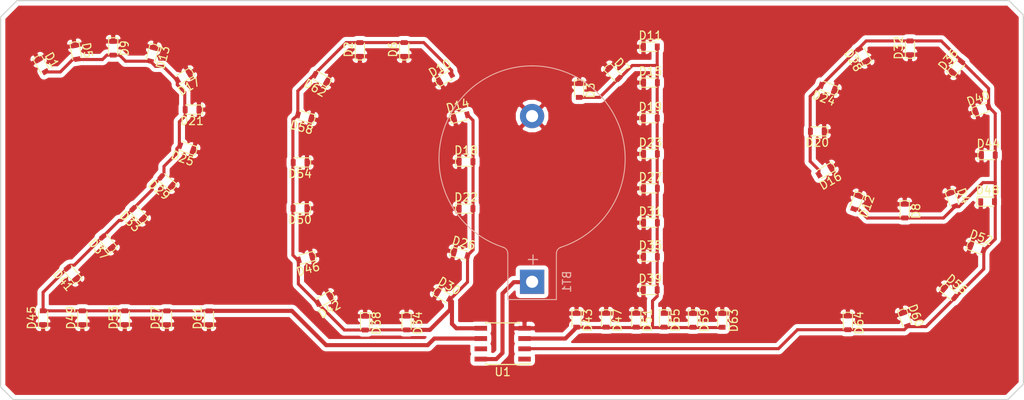
<source format=kicad_pcb>
(kicad_pcb (version 20171130) (host pcbnew "(5.0.2)-1")
  (title_block (title Cap) (date 2019-05-15))
  (layers (0 F.Cu signal) (31 B.Cu signal) (34 B.Paste user) (35 F.Paste user) (36 B.SilkS user) (37 F.SilkS user) (38 B.Mask user) (39 F.Mask user) (44 Edge.Cuts user))
  (net 0 "")
  (net 1 "Net-(BT1-Pad1)")
  (net 2 GND)
  (net 3 "Net-(D1-Pad2)")
  (net 4 "Net-(D10-Pad2)")
  (net 5 "Net-(D11-Pad2)")
  (net 6 "Net-(D12-Pad2)")
  (net 7 "Net-(U1-Pad1)")
  (net 8 "Net-(U1-Pad7)")
  (module Battery_Holders:Keystone_103_1x20mm-CoinCell (layer B.Cu) (at 120.396 95.36684 90)
    (fp_text reference BT1 (at 0 4.3 90) (layer B.SilkS) (effects (justify mirror)))
    (fp_text value Battery_Cell)
    (fp_text user + (at 2.75 0 90) (layer B.SilkS) (effects (font (size 1.5 1.5)) (justify mirror)))
    (pad 2 thru_hole circle (at 20.49 0 90) (size 3 3) (drill 1.5) (layers *.Cu *.Mask) (net 2 GND))
    (pad 1 thru_hole rect (at 0 0 90) (size 3 3) (drill 1.5) (layers *.Cu *.Mask) (net 1 "Net-(BT1-Pad1)"))
  )
  (module Diodes_SMD:D_0603 (layer F.Cu) (at 59.8746 68.651598 300)
    (fp_text reference D1 (at 0 -1.4 300) (layer F.SilkS))
    (fp_text value LED)
    (pad 1 smd rect (at -0.85 0 300) (size 0.6 0.8) (layers F.Cu F.Paste F.Mask) (net 2 GND))
    (pad 2 smd rect (at 0.85 0 300) (size 0.6 0.8) (layers F.Cu F.Paste F.Mask) (net 3 "Net-(D1-Pad2)"))
  )
  (module Diodes_SMD:D_0603 (layer F.Cu) (at 99.12604 66.63944 90)
    (fp_text reference D2 (at 0 -1.4 90) (layer F.SilkS))
    (fp_text value LED)
    (pad 2 smd rect (at 0.85 0 90) (size 0.6 0.8) (layers F.Cu F.Paste F.Mask) (net 4 "Net-(D10-Pad2)"))
    (pad 1 smd rect (at -0.85 0 90) (size 0.6 0.8) (layers F.Cu F.Paste F.Mask) (net 2 GND))
  )
  (module Diodes_SMD:D_0603 (layer F.Cu) (at 126.20244 71.71436 270)
    (fp_text reference D3 (at 0 -1.4 270) (layer F.SilkS))
    (fp_text value LED)
    (pad 1 smd rect (at -0.85 0 270) (size 0.6 0.8) (layers F.Cu F.Paste F.Mask) (net 2 GND))
    (pad 2 smd rect (at 0.85 0 270) (size 0.6 0.8) (layers F.Cu F.Paste F.Mask) (net 5 "Net-(D11-Pad2)"))
  )
  (module Diodes_SMD:D_0603 (layer F.Cu) (at 172.34408 85.217 290)
    (fp_text reference D4 (at 0 -1.4 290) (layer F.SilkS))
    (fp_text value LED)
    (pad 2 smd rect (at 0.85 0 290) (size 0.6 0.8) (layers F.Cu F.Paste F.Mask) (net 6 "Net-(D12-Pad2)"))
    (pad 1 smd rect (at -0.85 0 290) (size 0.6 0.8) (layers F.Cu F.Paste F.Mask) (net 2 GND))
  )
  (module Diodes_SMD:D_0603 (layer F.Cu) (at 64.07912 66.99504 280)
    (fp_text reference D5 (at 0 -1.4 280) (layer F.SilkS))
    (fp_text value LED)
    (pad 2 smd rect (at 0.85 0 280) (size 0.6 0.8) (layers F.Cu F.Paste F.Mask) (net 3 "Net-(D1-Pad2)"))
    (pad 1 smd rect (at -0.85 0 280) (size 0.6 0.8) (layers F.Cu F.Paste F.Mask) (net 2 GND))
  )
  (module Diodes_SMD:D_0603 (layer F.Cu) (at 104.60736 66.63944 90)
    (fp_text reference D6 (at 0 -1.4 90) (layer F.SilkS))
    (fp_text value LED)
    (pad 1 smd rect (at -0.85 0 90) (size 0.6 0.8) (layers F.Cu F.Paste F.Mask) (net 2 GND))
    (pad 2 smd rect (at 0.85 0 90) (size 0.6 0.8) (layers F.Cu F.Paste F.Mask) (net 4 "Net-(D10-Pad2)"))
  )
  (module Diodes_SMD:D_0603 (layer F.Cu) (at 130.5052 69.61124 315)
    (fp_text reference D7 (at 0 -1.4 315) (layer F.SilkS))
    (fp_text value LED)
    (pad 2 smd rect (at 0.85 0 315) (size 0.6 0.8) (layers F.Cu F.Paste F.Mask) (net 5 "Net-(D11-Pad2)"))
    (pad 1 smd rect (at -0.85 0 315) (size 0.6 0.8) (layers F.Cu F.Paste F.Mask) (net 2 GND))
  )
  (module Diodes_SMD:D_0603 (layer F.Cu) (at 166.4208 86.62416 270)
    (fp_text reference D8 (at 0 -1.4 270) (layer F.SilkS))
    (fp_text value LED)
    (pad 1 smd rect (at -0.85 0 270) (size 0.6 0.8) (layers F.Cu F.Paste F.Mask) (net 2 GND))
    (pad 2 smd rect (at 0.85 0 270) (size 0.6 0.8) (layers F.Cu F.Paste F.Mask) (net 6 "Net-(D12-Pad2)"))
  )
  (module Diodes_SMD:D_0603 (layer F.Cu) (at 68.66128 66.49212 270)
    (fp_text reference D9 (at 0 -1.4 270) (layer F.SilkS))
    (fp_text value LED)
    (pad 1 smd rect (at -0.85 0 270) (size 0.6 0.8) (layers F.Cu F.Paste F.Mask) (net 2 GND))
    (pad 2 smd rect (at 0.85 0 270) (size 0.6 0.8) (layers F.Cu F.Paste F.Mask) (net 3 "Net-(D1-Pad2)"))
  )
  (module Diodes_SMD:D_0603 (layer F.Cu) (at 109.71276 70.16496 30)
    (fp_text reference D10 (at 0 -1.4 30) (layer F.SilkS))
    (fp_text value LED)
    (pad 2 smd rect (at 0.85 0 30) (size 0.6 0.8) (layers F.Cu F.Paste F.Mask) (net 4 "Net-(D10-Pad2)"))
    (pad 1 smd rect (at -0.85 0 30) (size 0.6 0.8) (layers F.Cu F.Paste F.Mask) (net 2 GND))
  )
  (module Diodes_SMD:D_0603 (layer F.Cu) (at 135.00608 66.30924)
    (fp_text reference D11 (at 0 -1.4) (layer F.SilkS))
    (fp_text value LED)
    (pad 1 smd rect (at -0.85 0) (size 0.6 0.8) (layers F.Cu F.Paste F.Mask) (net 2 GND))
    (pad 2 smd rect (at 0.85 0) (size 0.6 0.8) (layers F.Cu F.Paste F.Mask) (net 5 "Net-(D11-Pad2)"))
  )
  (module Diodes_SMD:D_0603 (layer F.Cu) (at 160.43148 85.56752 250)
    (fp_text reference D12 (at 0 -1.4 250) (layer F.SilkS))
    (fp_text value LED)
    (pad 2 smd rect (at 0.85 0 250) (size 0.6 0.8) (layers F.Cu F.Paste F.Mask) (net 6 "Net-(D12-Pad2)"))
    (pad 1 smd rect (at -0.85 0 250) (size 0.6 0.8) (layers F.Cu F.Paste F.Mask) (net 2 GND))
  )
  (module Diodes_SMD:D_0603 (layer F.Cu) (at 73.470484 67.267437 255)
    (fp_text reference D13 (at 0 -1.4 255) (layer F.SilkS))
    (fp_text value LED)
    (pad 2 smd rect (at 0.85 0 255) (size 0.6 0.8) (layers F.Cu F.Paste F.Mask) (net 3 "Net-(D1-Pad2)"))
    (pad 1 smd rect (at -0.85 0 255) (size 0.6 0.8) (layers F.Cu F.Paste F.Mask) (net 2 GND))
  )
  (module Diodes_SMD:D_0603 (layer F.Cu) (at 111.5822 74.93508 15)
    (fp_text reference D14 (at 0 -1.4 15) (layer F.SilkS))
    (fp_text value LED)
    (pad 1 smd rect (at -0.85 0 15) (size 0.6 0.8) (layers F.Cu F.Paste F.Mask) (net 2 GND))
    (pad 2 smd rect (at 0.85 0 15) (size 0.6 0.8) (layers F.Cu F.Paste F.Mask) (net 4 "Net-(D10-Pad2)"))
  )
  (module Diodes_SMD:D_0603 (layer F.Cu) (at 135.02132 70.74408)
    (fp_text reference D15 (at 0 -1.4) (layer F.SilkS))
    (fp_text value LED)
    (pad 2 smd rect (at 0.85 0) (size 0.6 0.8) (layers F.Cu F.Paste F.Mask) (net 5 "Net-(D11-Pad2)"))
    (pad 1 smd rect (at -0.85 0) (size 0.6 0.8) (layers F.Cu F.Paste F.Mask) (net 2 GND))
  )
  (module Diodes_SMD:D_0603 (layer F.Cu) (at 156.56052 81.69656 210)
    (fp_text reference D16 (at 0 -1.4 210) (layer F.SilkS))
    (fp_text value LED)
    (pad 1 smd rect (at -0.85 0 210) (size 0.6 0.8) (layers F.Cu F.Paste F.Mask) (net 2 GND))
    (pad 2 smd rect (at 0.85 0 210) (size 0.6 0.8) (layers F.Cu F.Paste F.Mask) (net 6 "Net-(D12-Pad2)"))
  )
  (module Diodes_SMD:D_0603 (layer F.Cu) (at 77.3176 70.02272 210)
    (fp_text reference D17 (at 0 -1.4 210) (layer F.SilkS))
    (fp_text value LED)
    (pad 1 smd rect (at -0.85 0 210) (size 0.6 0.8) (layers F.Cu F.Paste F.Mask) (net 2 GND))
    (pad 2 smd rect (at 0.85 0 210) (size 0.6 0.8) (layers F.Cu F.Paste F.Mask) (net 3 "Net-(D1-Pad2)"))
  )
  (module Diodes_SMD:D_0603 (layer F.Cu) (at 112.2426 80.518)
    (fp_text reference D18 (at 0 -1.4) (layer F.SilkS))
    (fp_text value LED)
    (pad 2 smd rect (at 0.85 0) (size 0.6 0.8) (layers F.Cu F.Paste F.Mask) (net 4 "Net-(D10-Pad2)"))
    (pad 1 smd rect (at -0.85 0) (size 0.6 0.8) (layers F.Cu F.Paste F.Mask) (net 2 GND))
  )
  (module Diodes_SMD:D_0603 (layer F.Cu) (at 135.00608 75.1332)
    (fp_text reference D19 (at 0 -1.4) (layer F.SilkS))
    (fp_text value LED)
    (pad 1 smd rect (at -0.85 0) (size 0.6 0.8) (layers F.Cu F.Paste F.Mask) (net 2 GND))
    (pad 2 smd rect (at 0.85 0) (size 0.6 0.8) (layers F.Cu F.Paste F.Mask) (net 5 "Net-(D11-Pad2)"))
  )
  (module Diodes_SMD:D_0603 (layer F.Cu) (at 155.62072 76.76388 180)
    (fp_text reference D20 (at 0 -1.4 180) (layer F.SilkS))
    (fp_text value LED)
    (pad 2 smd rect (at 0.85 0 180) (size 0.6 0.8) (layers F.Cu F.Paste F.Mask) (net 6 "Net-(D12-Pad2)"))
    (pad 1 smd rect (at -0.85 0 180) (size 0.6 0.8) (layers F.Cu F.Paste F.Mask) (net 2 GND))
  )
  (module Diodes_SMD:D_0603 (layer F.Cu) (at 78.39964 74.07656 180)
    (fp_text reference D21 (at 0 -1.4 180) (layer F.SilkS))
    (fp_text value LED)
    (pad 2 smd rect (at 0.85 0 180) (size 0.6 0.8) (layers F.Cu F.Paste F.Mask) (net 3 "Net-(D1-Pad2)"))
    (pad 1 smd rect (at -0.85 0 180) (size 0.6 0.8) (layers F.Cu F.Paste F.Mask) (net 2 GND))
  )
  (module Diodes_SMD:D_0603 (layer F.Cu) (at 112.2426 86.32952)
    (fp_text reference D22 (at 0 -1.4) (layer F.SilkS))
    (fp_text value LED)
    (pad 1 smd rect (at -0.85 0) (size 0.6 0.8) (layers F.Cu F.Paste F.Mask) (net 2 GND))
    (pad 2 smd rect (at 0.85 0) (size 0.6 0.8) (layers F.Cu F.Paste F.Mask) (net 4 "Net-(D10-Pad2)"))
  )
  (module Diodes_SMD:D_0603 (layer F.Cu) (at 135.02132 79.5528)
    (fp_text reference D23 (at 0 -1.4) (layer F.SilkS))
    (fp_text value LED)
    (pad 2 smd rect (at 0.85 0) (size 0.6 0.8) (layers F.Cu F.Paste F.Mask) (net 5 "Net-(D11-Pad2)"))
    (pad 1 smd rect (at -0.85 0) (size 0.6 0.8) (layers F.Cu F.Paste F.Mask) (net 2 GND))
  )
  (module Diodes_SMD:D_0603 (layer F.Cu) (at 156.91104 71.36892 160)
    (fp_text reference D24 (at 0 -1.4 160) (layer F.SilkS))
    (fp_text value LED)
    (pad 1 smd rect (at -0.85 0 160) (size 0.6 0.8) (layers F.Cu F.Paste F.Mask) (net 2 GND))
    (pad 2 smd rect (at 0.85 0 160) (size 0.6 0.8) (layers F.Cu F.Paste F.Mask) (net 6 "Net-(D12-Pad2)"))
  )
  (module Diodes_SMD:D_0603 (layer F.Cu) (at 77.70876 78.80096 160)
    (fp_text reference D25 (at 0 -1.4 160) (layer F.SilkS))
    (fp_text value LED)
    (pad 1 smd rect (at -0.85 0 160) (size 0.6 0.8) (layers F.Cu F.Paste F.Mask) (net 2 GND))
    (pad 2 smd rect (at 0.85 0 160) (size 0.6 0.8) (layers F.Cu F.Paste F.Mask) (net 3 "Net-(D1-Pad2)"))
  )
  (module Diodes_SMD:D_0603 (layer F.Cu) (at 111.59744 91.93276 345)
    (fp_text reference D26 (at 0 -1.4 345) (layer F.SilkS))
    (fp_text value LED)
    (pad 1 smd rect (at -0.85 0 345) (size 0.6 0.8) (layers F.Cu F.Paste F.Mask) (net 2 GND))
    (pad 2 smd rect (at 0.85 0 345) (size 0.6 0.8) (layers F.Cu F.Paste F.Mask) (net 4 "Net-(D10-Pad2)"))
  )
  (module Diodes_SMD:D_0603 (layer F.Cu) (at 135.02132 83.81492)
    (fp_text reference D27 (at 0 -1.4) (layer F.SilkS))
    (fp_text value LED)
    (pad 1 smd rect (at -0.85 0) (size 0.6 0.8) (layers F.Cu F.Paste F.Mask) (net 2 GND))
    (pad 2 smd rect (at 0.85 0) (size 0.6 0.8) (layers F.Cu F.Paste F.Mask) (net 5 "Net-(D11-Pad2)"))
  )
  (module Diodes_SMD:D_0603 (layer F.Cu) (at 161.25444 67.32016 120)
    (fp_text reference D28 (at 0 -1.4 120) (layer F.SilkS))
    (fp_text value LED)
    (pad 2 smd rect (at 0.85 0 120) (size 0.6 0.8) (layers F.Cu F.Paste F.Mask) (net 6 "Net-(D12-Pad2)"))
    (pad 1 smd rect (at -0.85 0 120) (size 0.6 0.8) (layers F.Cu F.Paste F.Mask) (net 2 GND))
  )
  (module Diodes_SMD:D_0603 (layer F.Cu) (at 75.22972 82.95132 140)
    (fp_text reference D29 (at 0 -1.4 140) (layer F.SilkS))
    (fp_text value LED)
    (pad 2 smd rect (at 0.85 -0.000001 140) (size 0.6 0.8) (layers F.Cu F.Paste F.Mask) (net 3 "Net-(D1-Pad2)"))
    (pad 1 smd rect (at -0.85 0.000001 140) (size 0.6 0.8) (layers F.Cu F.Paste F.Mask) (net 2 GND))
  )
  (module Diodes_SMD:D_0603 (layer F.Cu) (at 109.474 97.09912 330)
    (fp_text reference D30 (at 0 -1.4 330) (layer F.SilkS))
    (fp_text value LED)
    (pad 1 smd rect (at -0.85 0 330) (size 0.6 0.8) (layers F.Cu F.Paste F.Mask) (net 2 GND))
    (pad 2 smd rect (at 0.85 0 330) (size 0.6 0.8) (layers F.Cu F.Paste F.Mask) (net 4 "Net-(D10-Pad2)"))
  )
  (module Diodes_SMD:D_0603 (layer F.Cu) (at 135.02132 88.06688)
    (fp_text reference D31 (at 0 -1.4) (layer F.SilkS))
    (fp_text value LED)
    (pad 2 smd rect (at 0.85 0) (size 0.6 0.8) (layers F.Cu F.Paste F.Mask) (net 5 "Net-(D11-Pad2)"))
    (pad 1 smd rect (at -0.85 0) (size 0.6 0.8) (layers F.Cu F.Paste F.Mask) (net 2 GND))
  )
  (module Diodes_SMD:D_0603 (layer F.Cu) (at 167.06596 66.43624 90)
    (fp_text reference D32 (at 0 -1.4 90) (layer F.SilkS))
    (fp_text value LED)
    (pad 1 smd rect (at -0.85 0 90) (size 0.6 0.8) (layers F.Cu F.Paste F.Mask) (net 2 GND))
    (pad 2 smd rect (at 0.85 0 90) (size 0.6 0.8) (layers F.Cu F.Paste F.Mask) (net 6 "Net-(D12-Pad2)"))
  )
  (module Diodes_SMD:D_0603 (layer F.Cu) (at 71.71944 86.93912 135)
    (fp_text reference D33 (at 0 -1.4 135) (layer F.SilkS))
    (fp_text value LED)
    (pad 1 smd rect (at -0.85 0 135) (size 0.6 0.8) (layers F.Cu F.Paste F.Mask) (net 2 GND))
    (pad 2 smd rect (at 0.85 0 135) (size 0.6 0.8) (layers F.Cu F.Paste F.Mask) (net 3 "Net-(D1-Pad2)"))
  )
  (module Diodes_SMD:D_0603 (layer F.Cu) (at 104.89692 100.46716 270)
    (fp_text reference D34 (at 0 -1.4 270) (layer F.SilkS))
    (fp_text value LED)
    (pad 2 smd rect (at 0.85 0 270) (size 0.6 0.8) (layers F.Cu F.Paste F.Mask) (net 4 "Net-(D10-Pad2)"))
    (pad 1 smd rect (at -0.85 0 270) (size 0.6 0.8) (layers F.Cu F.Paste F.Mask) (net 2 GND))
  )
  (module Diodes_SMD:D_0603 (layer F.Cu) (at 135.02132 92.26804)
    (fp_text reference D35 (at 0 -1.4) (layer F.SilkS))
    (fp_text value LED)
    (pad 1 smd rect (at -0.85 0) (size 0.6 0.8) (layers F.Cu F.Paste F.Mask) (net 2 GND))
    (pad 2 smd rect (at 0.85 0) (size 0.6 0.8) (layers F.Cu F.Paste F.Mask) (net 5 "Net-(D11-Pad2)"))
  )
  (module Diodes_SMD:D_0603 (layer F.Cu) (at 172.8724 68.7832 50)
    (fp_text reference D36 (at 0 -1.4 50) (layer F.SilkS))
    (fp_text value LED)
    (pad 2 smd rect (at 0.85 -0.000001 50) (size 0.6 0.8) (layers F.Cu F.Paste F.Mask) (net 6 "Net-(D12-Pad2)"))
    (pad 1 smd rect (at -0.85 0.000001 50) (size 0.6 0.8) (layers F.Cu F.Paste F.Mask) (net 2 GND))
  )
  (module Diodes_SMD:D_0603 (layer F.Cu) (at 67.9196 90.46972 130)
    (fp_text reference D37 (at 0 -1.4 130) (layer F.SilkS))
    (fp_text value LED)
    (pad 2 smd rect (at 0.85 0.000001 130) (size 0.6 0.8) (layers F.Cu F.Paste F.Mask) (net 3 "Net-(D1-Pad2)"))
    (pad 1 smd rect (at -0.85 -0.000001 130) (size 0.6 0.8) (layers F.Cu F.Paste F.Mask) (net 2 GND))
  )
  (module Diodes_SMD:D_0603 (layer F.Cu) (at 99.77628 100.4824 270)
    (fp_text reference D38 (at 0 -1.4 270) (layer F.SilkS))
    (fp_text value LED)
    (pad 1 smd rect (at -0.85 0 270) (size 0.6 0.8) (layers F.Cu F.Paste F.Mask) (net 2 GND))
    (pad 2 smd rect (at 0.85 0 270) (size 0.6 0.8) (layers F.Cu F.Paste F.Mask) (net 4 "Net-(D10-Pad2)"))
  )
  (module Diodes_SMD:D_0603 (layer F.Cu) (at 134.99592 96.37776)
    (fp_text reference D39 (at 0 -1.4) (layer F.SilkS))
    (fp_text value LED)
    (pad 2 smd rect (at 0.85 0) (size 0.6 0.8) (layers F.Cu F.Paste F.Mask) (net 5 "Net-(D11-Pad2)"))
    (pad 1 smd rect (at -0.85 0) (size 0.6 0.8) (layers F.Cu F.Paste F.Mask) (net 2 GND))
  )
  (module Diodes_SMD:D_0603 (layer F.Cu) (at 175.98136 74.00544 20)
    (fp_text reference D40 (at 0 -1.4 20) (layer F.SilkS))
    (fp_text value LED)
    (pad 1 smd rect (at -0.85 0 20) (size 0.6 0.8) (layers F.Cu F.Paste F.Mask) (net 2 GND))
    (pad 2 smd rect (at 0.85 0 20) (size 0.6 0.8) (layers F.Cu F.Paste F.Mask) (net 6 "Net-(D12-Pad2)"))
  )
  (module Diodes_SMD:D_0603 (layer F.Cu) (at 63.55588 94.32036 130)
    (fp_text reference D41 (at 0 -1.4 130) (layer F.SilkS))
    (fp_text value LED)
    (pad 1 smd rect (at -0.85 -0.000001 130) (size 0.6 0.8) (layers F.Cu F.Paste F.Mask) (net 2 GND))
    (pad 2 smd rect (at 0.85 0.000001 130) (size 0.6 0.8) (layers F.Cu F.Paste F.Mask) (net 3 "Net-(D1-Pad2)"))
  )
  (module Diodes_SMD:D_0603 (layer F.Cu) (at 94.68104 97.5868 210)
    (fp_text reference D42 (at 0 -1.4 210) (layer F.SilkS))
    (fp_text value LED)
    (pad 2 smd rect (at 0.85 0 210) (size 0.6 0.8) (layers F.Cu F.Paste F.Mask) (net 4 "Net-(D10-Pad2)"))
    (pad 1 smd rect (at -0.85 0 210) (size 0.6 0.8) (layers F.Cu F.Paste F.Mask) (net 2 GND))
  )
  (module Diodes_SMD:D_0603 (layer F.Cu) (at 125.8824 100.13188 270)
    (fp_text reference D43 (at 0 -1.4 270) (layer F.SilkS))
    (fp_text value LED)
    (pad 1 smd rect (at -0.85 0 270) (size 0.6 0.8) (layers F.Cu F.Paste F.Mask) (net 2 GND))
    (pad 2 smd rect (at 0.85 0 270) (size 0.6 0.8) (layers F.Cu F.Paste F.Mask) (net 5 "Net-(D11-Pad2)"))
  )
  (module Diodes_SMD:D_0603 (layer F.Cu) (at 176.74844 79.70012)
    (fp_text reference D44 (at 0 -1.4) (layer F.SilkS))
    (fp_text value LED)
    (pad 2 smd rect (at 0.85 0) (size 0.6 0.8) (layers F.Cu F.Paste F.Mask) (net 6 "Net-(D12-Pad2)"))
    (pad 1 smd rect (at -0.85 0) (size 0.6 0.8) (layers F.Cu F.Paste F.Mask) (net 2 GND))
  )
  (module Diodes_SMD:D_0603 (layer F.Cu) (at 60.00496 99.81184 90)
    (fp_text reference D45 (at 0 -1.4 90) (layer F.SilkS))
    (fp_text value LED)
    (pad 2 smd rect (at 0.85 0 90) (size 0.6 0.8) (layers F.Cu F.Paste F.Mask) (net 3 "Net-(D1-Pad2)"))
    (pad 1 smd rect (at -0.85 0 90) (size 0.6 0.8) (layers F.Cu F.Paste F.Mask) (net 2 GND))
  )
  (module Diodes_SMD:D_0603 (layer F.Cu) (at 92.38488 92.46108 195)
    (fp_text reference D46 (at 0 -1.4 195) (layer F.SilkS))
    (fp_text value LED)
    (pad 1 smd rect (at -0.85 0 195) (size 0.6 0.8) (layers F.Cu F.Paste F.Mask) (net 2 GND))
    (pad 2 smd rect (at 0.85 0 195) (size 0.6 0.8) (layers F.Cu F.Paste F.Mask) (net 4 "Net-(D10-Pad2)"))
  )
  (module Diodes_SMD:D_0603 (layer F.Cu) (at 129.54508 100.1268 270)
    (fp_text reference D47 (at 0 -1.4 270) (layer F.SilkS))
    (fp_text value LED)
    (pad 2 smd rect (at 0.85 0 270) (size 0.6 0.8) (layers F.Cu F.Paste F.Mask) (net 5 "Net-(D11-Pad2)"))
    (pad 1 smd rect (at -0.85 0 270) (size 0.6 0.8) (layers F.Cu F.Paste F.Mask) (net 2 GND))
  )
  (module Diodes_SMD:D_0603 (layer F.Cu) (at 176.65192 85.45576)
    (fp_text reference D48 (at 0 -1.4) (layer F.SilkS))
    (fp_text value LED)
    (pad 1 smd rect (at -0.85 0) (size 0.6 0.8) (layers F.Cu F.Paste F.Mask) (net 2 GND))
    (pad 2 smd rect (at 0.85 0) (size 0.6 0.8) (layers F.Cu F.Paste F.Mask) (net 6 "Net-(D12-Pad2)"))
  )
  (module Diodes_SMD:D_0603 (layer F.Cu) (at 64.85128 99.81184 90)
    (fp_text reference D49 (at 0 -1.4 90) (layer F.SilkS))
    (fp_text value LED)
    (pad 1 smd rect (at -0.85 0 90) (size 0.6 0.8) (layers F.Cu F.Paste F.Mask) (net 2 GND))
    (pad 2 smd rect (at 0.85 0 90) (size 0.6 0.8) (layers F.Cu F.Paste F.Mask) (net 3 "Net-(D1-Pad2)"))
  )
  (module Diodes_SMD:D_0603 (layer F.Cu) (at 91.72956 86.28888 180)
    (fp_text reference D50 (at 0 -1.4 180) (layer F.SilkS))
    (fp_text value LED)
    (pad 2 smd rect (at 0.85 0 180) (size 0.6 0.8) (layers F.Cu F.Paste F.Mask) (net 4 "Net-(D10-Pad2)"))
    (pad 1 smd rect (at -0.85 0 180) (size 0.6 0.8) (layers F.Cu F.Paste F.Mask) (net 2 GND))
  )
  (module Diodes_SMD:D_0603 (layer F.Cu) (at 133.26364 100.1268 270)
    (fp_text reference D51 (at 0 -1.4 270) (layer F.SilkS))
    (fp_text value LED)
    (pad 1 smd rect (at -0.85 0 270) (size 0.6 0.8) (layers F.Cu F.Paste F.Mask) (net 2 GND))
    (pad 2 smd rect (at 0.85 0 270) (size 0.6 0.8) (layers F.Cu F.Paste F.Mask) (net 5 "Net-(D11-Pad2)"))
  )
  (module Diodes_SMD:D_0603 (layer F.Cu) (at 175.38192 91.20632 340)
    (fp_text reference D52 (at 0 -1.4 340) (layer F.SilkS))
    (fp_text value LED)
    (pad 2 smd rect (at 0.85 0 340) (size 0.6 0.8) (layers F.Cu F.Paste F.Mask) (net 6 "Net-(D12-Pad2)"))
    (pad 1 smd rect (at -0.85 0 340) (size 0.6 0.8) (layers F.Cu F.Paste F.Mask) (net 2 GND))
  )
  (module Diodes_SMD:D_0603 (layer F.Cu) (at 70.09384 99.81184 90)
    (fp_text reference D53 (at 0 -1.4 90) (layer F.SilkS))
    (fp_text value LED)
    (pad 2 smd rect (at 0.85 0 90) (size 0.6 0.8) (layers F.Cu F.Paste F.Mask) (net 3 "Net-(D1-Pad2)"))
    (pad 1 smd rect (at -0.85 0 90) (size 0.6 0.8) (layers F.Cu F.Paste F.Mask) (net 2 GND))
  )
  (module Diodes_SMD:D_0603 (layer F.Cu) (at 91.7448 80.61452 180)
    (fp_text reference D54 (at 0 -1.4 180) (layer F.SilkS))
    (fp_text value LED)
    (pad 1 smd rect (at -0.85 0 180) (size 0.6 0.8) (layers F.Cu F.Paste F.Mask) (net 2 GND))
    (pad 2 smd rect (at 0.85 0 180) (size 0.6 0.8) (layers F.Cu F.Paste F.Mask) (net 4 "Net-(D10-Pad2)"))
  )
  (module Diodes_SMD:D_0603 (layer F.Cu) (at 136.69264 100.1268 270)
    (fp_text reference D55 (at 0 -1.4 270) (layer F.SilkS))
    (fp_text value LED)
    (pad 2 smd rect (at 0.85 0 270) (size 0.6 0.8) (layers F.Cu F.Paste F.Mask) (net 5 "Net-(D11-Pad2)"))
    (pad 1 smd rect (at -0.85 0 270) (size 0.6 0.8) (layers F.Cu F.Paste F.Mask) (net 2 GND))
  )
  (module Diodes_SMD:D_0603 (layer F.Cu) (at 171.96308 96.7486 320)
    (fp_text reference D56 (at 0 -1.4 320) (layer F.SilkS))
    (fp_text value LED)
    (pad 1 smd rect (at -0.85 0.000001 320) (size 0.6 0.8) (layers F.Cu F.Paste F.Mask) (net 2 GND))
    (pad 2 smd rect (at 0.85 -0.000001 320) (size 0.6 0.8) (layers F.Cu F.Paste F.Mask) (net 6 "Net-(D12-Pad2)"))
  )
  (module Diodes_SMD:D_0603 (layer F.Cu) (at 75.29068 99.81692 90)
    (fp_text reference D57 (at 0 -1.4 90) (layer F.SilkS))
    (fp_text value LED)
    (pad 1 smd rect (at -0.85 0 90) (size 0.6 0.8) (layers F.Cu F.Paste F.Mask) (net 2 GND))
    (pad 2 smd rect (at 0.85 0 90) (size 0.6 0.8) (layers F.Cu F.Paste F.Mask) (net 3 "Net-(D1-Pad2)"))
  )
  (module Diodes_SMD:D_0603 (layer F.Cu) (at 92.28836 74.94524 165)
    (fp_text reference D58 (at 0 -1.4 165) (layer F.SilkS))
    (fp_text value LED)
    (pad 2 smd rect (at 0.85 0 165) (size 0.6 0.8) (layers F.Cu F.Paste F.Mask) (net 4 "Net-(D10-Pad2)"))
    (pad 1 smd rect (at -0.85 0 165) (size 0.6 0.8) (layers F.Cu F.Paste F.Mask) (net 2 GND))
  )
  (module Diodes_SMD:D_0603 (layer F.Cu) (at 140.26896 100.14204 270)
    (fp_text reference D59 (at 0 -1.4 270) (layer F.SilkS))
    (fp_text value LED)
    (pad 1 smd rect (at -0.85 0 270) (size 0.6 0.8) (layers F.Cu F.Paste F.Mask) (net 2 GND))
    (pad 2 smd rect (at 0.85 0 270) (size 0.6 0.8) (layers F.Cu F.Paste F.Mask) (net 5 "Net-(D11-Pad2)"))
  )
  (module Diodes_SMD:D_0603 (layer F.Cu) (at 166.49192 100.03028 290)
    (fp_text reference D60 (at 0 -1.4 290) (layer F.SilkS))
    (fp_text value LED)
    (pad 2 smd rect (at 0.85 0 290) (size 0.6 0.8) (layers F.Cu F.Paste F.Mask) (net 6 "Net-(D12-Pad2)"))
    (pad 1 smd rect (at -0.85 0 290) (size 0.6 0.8) (layers F.Cu F.Paste F.Mask) (net 2 GND))
  )
  (module Diodes_SMD:D_0603 (layer F.Cu) (at 80.48752 99.81692 90)
    (fp_text reference D61 (at 0 -1.4 90) (layer F.SilkS))
    (fp_text value LED)
    (pad 2 smd rect (at 0.85 0 90) (size 0.6 0.8) (layers F.Cu F.Paste F.Mask) (net 3 "Net-(D1-Pad2)"))
    (pad 1 smd rect (at -0.85 0 90) (size 0.6 0.8) (layers F.Cu F.Paste F.Mask) (net 2 GND))
  )
  (module Diodes_SMD:D_0603 (layer F.Cu) (at 94.29496 70.2056 150)
    (fp_text reference D62 (at 0 -1.4 150) (layer F.SilkS))
    (fp_text value LED)
    (pad 1 smd rect (at -0.85 0 150) (size 0.6 0.8) (layers F.Cu F.Paste F.Mask) (net 2 GND))
    (pad 2 smd rect (at 0.85 0 150) (size 0.6 0.8) (layers F.Cu F.Paste F.Mask) (net 4 "Net-(D10-Pad2)"))
  )
  (module Diodes_SMD:D_0603 (layer F.Cu) (at 143.88592 100.14204 270)
    (fp_text reference D63 (at 0 -1.4 270) (layer F.SilkS))
    (fp_text value LED)
    (pad 2 smd rect (at 0.85 0 270) (size 0.6 0.8) (layers F.Cu F.Paste F.Mask) (net 5 "Net-(D11-Pad2)"))
    (pad 1 smd rect (at -0.85 0 270) (size 0.6 0.8) (layers F.Cu F.Paste F.Mask) (net 2 GND))
  )
  (module Diodes_SMD:D_0603 (layer F.Cu) (at 159.39516 100.44684 270)
    (fp_text reference D64 (at 0 -1.4 270) (layer F.SilkS))
    (fp_text value LED)
    (pad 1 smd rect (at -0.85 0 270) (size 0.6 0.8) (layers F.Cu F.Paste F.Mask) (net 2 GND))
    (pad 2 smd rect (at 0.85 0 270) (size 0.6 0.8) (layers F.Cu F.Paste F.Mask) (net 6 "Net-(D12-Pad2)"))
  )
  (module Housings_SOIC:SOIC-8_3.9x4.9mm_Pitch1.27mm (layer F.Cu) (at 116.7638 103.0224 180)
    (fp_text reference U1 (at 0 -3.5 180) (layer F.SilkS))
    (fp_text value ATtiny85-20SU)
    (pad 1 smd rect (at -2.7 -1.905 180) (size 1.55 0.6) (layers F.Cu F.Paste F.Mask) (net 7 "Net-(U1-Pad1)"))
    (pad 2 smd rect (at -2.7 -0.635 180) (size 1.55 0.6) (layers F.Cu F.Paste F.Mask) (net 6 "Net-(D12-Pad2)"))
    (pad 3 smd rect (at -2.7 0.635 180) (size 1.55 0.6) (layers F.Cu F.Paste F.Mask) (net 5 "Net-(D11-Pad2)"))
    (pad 4 smd rect (at -2.7 1.905 180) (size 1.55 0.6) (layers F.Cu F.Paste F.Mask) (net 2 GND))
    (pad 5 smd rect (at 2.7 1.905 180) (size 1.55 0.6) (layers F.Cu F.Paste F.Mask) (net 4 "Net-(D10-Pad2)"))
    (pad 6 smd rect (at 2.7 0.635 180) (size 1.55 0.6) (layers F.Cu F.Paste F.Mask) (net 3 "Net-(D1-Pad2)"))
    (pad 7 smd rect (at 2.7 -0.635 180) (size 1.55 0.6) (layers F.Cu F.Paste F.Mask) (net 8 "Net-(U1-Pad7)"))
    (pad 8 smd rect (at 2.7 -1.905 180) (size 1.55 0.6) (layers F.Cu F.Paste F.Mask) (net 1 "Net-(BT1-Pad1)"))
  )
  (module Pictures:2019 (layer F.Cu) (at 120.81764 79.629)
    (fp_text reference G*** hide)
    (fp_text value LOGO hide)
  )
  (gr_line (start 54.75732 62.62116) (end 56.77916 60.59932) (layer Edge.Cuts) (width 0.15))
  (gr_line (start 54.75732 108.37164) (end 54.75732 62.62116) (layer Edge.Cuts) (width 0.15))
  (gr_line (start 56.32704 109.94644) (end 54.75732 108.37672) (layer Edge.Cuts) (width 0.15))
  (gr_line (start 179.1462 109.94644) (end 56.32704 109.94644) (layer Edge.Cuts) (width 0.15))
  (gr_line (start 181.0766 108.01604) (end 179.1462 109.94644) (layer Edge.Cuts) (width 0.15))
  (gr_line (start 181.0766 62.37732) (end 181.0766 108.01604) (layer Edge.Cuts) (width 0.15))
  (gr_line (start 179.29352 60.59932) (end 181.07152 62.37732) (layer Edge.Cuts) (width 0.15))
  (gr_line (start 56.77916 60.59932) (end 179.29352 60.59932) (layer Edge.Cuts) (width 0.15))
  (segment (start 114.0638 104.9274) (end 115.98148 104.9274) (width 0.508) (layer F.Cu) (net 1))
  (segment (start 115.98148 104.9274) (end 116.74348 104.1654) (width 0.508) (layer F.Cu) (net 1))
  (segment (start 116.74348 104.1654) (end 116.74348 96.81972) (width 0.508) (layer F.Cu) (net 1))
  (segment (start 116.74348 96.81972) (end 118.14556 95.41764) (width 0.508) (layer F.Cu) (net 1))
  (segment (start 118.14556 95.41764) (end 120.2944 95.41764) (width 0.508) (layer F.Cu) (net 1))
  (segment (start 60.00496 98.96184) (end 80.41804 98.96184) (width 0.381) (layer F.Cu) (net 3))
  (segment (start 63.009511 93.669222) (end 60.123173 96.55556) (width 0.381) (layer F.Cu) (net 3))
  (segment (start 60.00496 96.673773) (end 60.123173 96.55556) (width 0.381) (layer F.Cu) (net 3))
  (segment (start 60.00496 98.96184) (end 60.00496 96.673773) (width 0.381) (layer F.Cu) (net 3))
  (segment (start 63.364143 93.31459) (end 63.86061 93.31459) (width 0.381) (layer F.Cu) (net 3))
  (segment (start 63.009511 93.669222) (end 63.364143 93.31459) (width 0.381) (layer F.Cu) (net 3))
  (segment (start 63.86061 93.31459) (end 67.34556 89.82964) (width 0.381) (layer F.Cu) (net 3))
  (segment (start 67.34556 89.82964) (end 69.3928 87.7824) (width 0.381) (layer F.Cu) (net 3))
  (segment (start 69.3928 87.7824) (end 69.68236 87.7824) (width 0.381) (layer F.Cu) (net 3))
  (segment (start 69.68236 87.7824) (end 71.14032 86.32444) (width 0.381) (layer F.Cu) (net 3))
  (segment (start 71.14032 86.32444) (end 73.4822 83.98256) (width 0.381) (layer F.Cu) (net 3))
  (segment (start 73.4822 83.98256) (end 73.4822 83.55076) (width 0.381) (layer F.Cu) (net 3))
  (segment (start 73.4822 83.55076) (end 74.57948 82.45348) (width 0.381) (layer F.Cu) (net 3))
  (segment (start 74.933214 82.050319) (end 74.578582 82.404951) (width 0.381) (layer F.Cu) (net 3))
  (segment (start 74.933214 81.093906) (end 74.933214 82.050319) (width 0.381) (layer F.Cu) (net 3))
  (segment (start 76.527229 79.499891) (end 74.933214 81.093906) (width 0.381) (layer F.Cu) (net 3))
  (segment (start 76.527229 78.893035) (end 76.527229 79.499891) (width 0.381) (layer F.Cu) (net 3))
  (segment (start 76.910021 78.510243) (end 76.527229 78.893035) (width 0.381) (layer F.Cu) (net 3))
  (segment (start 77.54964 74.85756) (end 76.835 75.5722) (width 0.381) (layer F.Cu) (net 3))
  (segment (start 77.54964 74.07656) (end 77.54964 74.85756) (width 0.381) (layer F.Cu) (net 3))
  (segment (start 76.835 75.5722) (end 76.835 78.50632) (width 0.381) (layer F.Cu) (net 3))
  (segment (start 76.581478 71.009599) (end 77.50048 71.928601) (width 0.381) (layer F.Cu) (net 3))
  (segment (start 76.581478 70.44772) (end 76.581478 71.009599) (width 0.381) (layer F.Cu) (net 3))
  (segment (start 77.50048 71.928601) (end 77.50048 74.13752) (width 0.381) (layer F.Cu) (net 3))
  (segment (start 73.250488 68.088474) (end 73.889334 68.72732) (width 0.381) (layer F.Cu) (net 3))
  (segment (start 73.889334 68.72732) (end 74.82332 68.72732) (width 0.381) (layer F.Cu) (net 3))
  (segment (start 74.82332 68.72732) (end 76.54544 70.44944) (width 0.381) (layer F.Cu) (net 3))
  (segment (start 69.44228 67.34212) (end 70.19248 68.09232) (width 0.381) (layer F.Cu) (net 3))
  (segment (start 68.66128 67.34212) (end 69.44228 67.34212) (width 0.381) (layer F.Cu) (net 3))
  (segment (start 70.19248 68.09232) (end 73.25868 68.09232) (width 0.381) (layer F.Cu) (net 3))
  (segment (start 67.88028 67.34212) (end 67.33836 67.88404) (width 0.381) (layer F.Cu) (net 3))
  (segment (start 68.66128 67.34212) (end 67.88028 67.34212) (width 0.381) (layer F.Cu) (net 3))
  (segment (start 67.33836 67.88404) (end 64.25692 67.88404) (width 0.381) (layer F.Cu) (net 3))
  (segment (start 63.72055 67.832127) (end 62.129397 69.42328) (width 0.381) (layer F.Cu) (net 3))
  (segment (start 64.226721 67.832127) (end 63.72055 67.832127) (width 0.381) (layer F.Cu) (net 3))
  (segment (start 62.129397 69.42328) (end 60.37072 69.42328) (width 0.381) (layer F.Cu) (net 3))
  (segment (start 80.48752 98.96692) (end 90.73224 98.96692) (width 0.508) (layer F.Cu) (net 3))
  (segment (start 114.0638 102.3874) (end 108.31576 102.3874) (width 0.508) (layer F.Cu) (net 3))
  (segment (start 108.31576 102.3874) (end 107.49788 103.20528) (width 0.508) (layer F.Cu) (net 3))
  (segment (start 94.9706 103.20528) (end 90.73224 98.96692) (width 0.508) (layer F.Cu) (net 3))
  (segment (start 107.49788 103.20528) (end 94.9706 103.20528) (width 0.508) (layer F.Cu) (net 3))
  (segment (start 104.89692 101.31716) (end 99.67812 101.31716) (width 0.381) (layer F.Cu) (net 4))
  (segment (start 99.77628 101.3324) (end 97.22268 101.3324) (width 0.381) (layer F.Cu) (net 4))
  (segment (start 97.22268 101.3324) (end 91.53144 95.64116) (width 0.381) (layer F.Cu) (net 4))
  (segment (start 91.53144 95.64116) (end 91.53144 92.74556) (width 0.381) (layer F.Cu) (net 4))
  (segment (start 91.53144 92.74556) (end 90.8558 92.06992) (width 0.381) (layer F.Cu) (net 4))
  (segment (start 90.8558 92.06992) (end 90.8558 75.29576) (width 0.381) (layer F.Cu) (net 4))
  (segment (start 91.029008 75.122552) (end 90.8558 75.29576) (width 0.381) (layer F.Cu) (net 4))
  (segment (start 91.070015 75.122552) (end 91.029008 75.122552) (width 0.381) (layer F.Cu) (net 4))
  (segment (start 91.467323 74.725244) (end 91.070015 75.122552) (width 0.381) (layer F.Cu) (net 4))
  (segment (start 91.467323 74.725244) (end 91.467323 71.768317) (width 0.381) (layer F.Cu) (net 4))
  (segment (start 91.467323 71.768317) (end 93.52788 69.70776) (width 0.381) (layer F.Cu) (net 4))
  (segment (start 99.12604 65.78944) (end 97.43096 65.78944) (width 0.381) (layer F.Cu) (net 4))
  (segment (start 97.43096 65.78944) (end 93.52788 69.69252) (width 0.381) (layer F.Cu) (net 4))
  (segment (start 99.12604 65.78944) (end 107.01872 65.78944) (width 0.381) (layer F.Cu) (net 4))
  (segment (start 107.01872 65.78944) (end 110.4646 69.23532) (width 0.381) (layer F.Cu) (net 4))
  (segment (start 110.4646 69.23532) (end 110.4646 69.69252) (width 0.381) (layer F.Cu) (net 4))
  (segment (start 112.41532 74.72172) (end 113.1062 75.4126) (width 0.381) (layer F.Cu) (net 4))
  (segment (start 113.1062 75.4126) (end 113.1062 91.42476) (width 0.381) (layer F.Cu) (net 4))
  (segment (start 113.1062 91.42476) (end 112.4204 92.11056) (width 0.381) (layer F.Cu) (net 4))
  (segment (start 112.4204 95.4024) (end 110.29696 97.52584) (width 0.381) (layer F.Cu) (net 4))
  (segment (start 110.500447 97.814445) (end 110.500447 100.569047) (width 0.508) (layer F.Cu) (net 4))
  (segment (start 110.210122 97.52412) (end 110.500447 97.814445) (width 0.508) (layer F.Cu) (net 4))
  (segment (start 111.0488 101.1174) (end 110.500447 100.569047) (width 0.508) (layer F.Cu) (net 4))
  (segment (start 114.0638 101.1174) (end 111.0488 101.1174) (width 0.508) (layer F.Cu) (net 4))
  (segment (start 104.89692 101.31716) (end 107.76548 101.31716) (width 0.508) (layer F.Cu) (net 4))
  (segment (start 107.76548 101.31716) (end 110.27664 98.806) (width 0.508) (layer F.Cu) (net 4))
  (segment (start 110.27664 98.806) (end 110.27664 97.64268) (width 0.508) (layer F.Cu) (net 4))
  (segment (start 112.4204 92.11056) (end 112.4204 95.4024) (width 0.381) (layer F.Cu) (net 4))
  (segment (start 126.6634 100.98188) (end 126.71256 101.03104) (width 0.381) (layer F.Cu) (net 5))
  (segment (start 125.8824 100.98188) (end 126.6634 100.98188) (width 0.381) (layer F.Cu) (net 5))
  (segment (start 135.27024 101.03104) (end 135.27024 98.3742) (width 0.381) (layer F.Cu) (net 5))
  (segment (start 135.27024 101.03104) (end 143.891 101.03104) (width 0.381) (layer F.Cu) (net 5))
  (segment (start 126.71256 101.03104) (end 135.27024 101.03104) (width 0.381) (layer F.Cu) (net 5))
  (segment (start 135.27024 97.73444) (end 135.27024 98.3742) (width 0.381) (layer F.Cu) (net 5))
  (segment (start 135.84592 97.15876) (end 135.27024 97.73444) (width 0.381) (layer F.Cu) (net 5))
  (segment (start 135.84592 96.37776) (end 135.84592 97.15876) (width 0.381) (layer F.Cu) (net 5))
  (segment (start 131.106241 70.212281) (end 128.811682 72.50684) (width 0.381) (layer F.Cu) (net 5))
  (segment (start 128.754162 72.56436) (end 128.811682 72.50684) (width 0.381) (layer F.Cu) (net 5))
  (segment (start 126.20244 72.56436) (end 128.754162 72.56436) (width 0.381) (layer F.Cu) (net 5))
  (segment (start 135.84592 68.62064) (end 132.77596 68.62064) (width 0.381) (layer F.Cu) (net 5))
  (segment (start 135.84592 68.62064) (end 135.84592 66.30252) (width 0.381) (layer F.Cu) (net 5))
  (segment (start 135.84592 96.37776) (end 135.84592 68.62064) (width 0.381) (layer F.Cu) (net 5))
  (segment (start 132.77596 68.62064) (end 131.1148 70.2818) (width 0.381) (layer F.Cu) (net 5))
  (segment (start 119.4638 102.3874) (end 124.50572 102.3874) (width 0.508) (layer F.Cu) (net 5))
  (segment (start 124.50572 102.3874) (end 125.87224 101.02088) (width 0.508) (layer F.Cu) (net 5))
  (segment (start 160.666433 86.366259) (end 161.782854 87.48268) (width 0.381) (layer F.Cu) (net 6))
  (segment (start 160.140763 86.366259) (end 160.666433 86.366259) (width 0.381) (layer F.Cu) (net 6))
  (segment (start 161.782854 87.48268) (end 171.20616 87.48268) (width 0.381) (layer F.Cu) (net 6))
  (segment (start 171.20616 87.48268) (end 172.60316 86.08568) (width 0.381) (layer F.Cu) (net 6))
  (segment (start 172.60316 86.08568) (end 173.09592 86.08568) (width 0.381) (layer F.Cu) (net 6))
  (segment (start 173.09592 86.08568) (end 176.07788 83.10372) (width 0.381) (layer F.Cu) (net 6))
  (segment (start 177.59844 90.08708) (end 176.20488 91.48064) (width 0.381) (layer F.Cu) (net 6))
  (segment (start 176.07788 83.10372) (end 177.59844 83.10372) (width 0.381) (layer F.Cu) (net 6))
  (segment (start 177.59844 79.70012) (end 177.59844 83.10372) (width 0.381) (layer F.Cu) (net 6))
  (segment (start 177.59844 83.10372) (end 177.59844 90.08708) (width 0.381) (layer F.Cu) (net 6))
  (segment (start 155.824398 81.559681) (end 154.74188 80.477163) (width 0.381) (layer F.Cu) (net 6))
  (segment (start 155.824398 82.12156) (end 155.824398 81.559681) (width 0.381) (layer F.Cu) (net 6))
  (segment (start 154.74188 80.477163) (end 154.74188 72.43572) (width 0.381) (layer F.Cu) (net 6))
  (segment (start 154.74188 72.43572) (end 156.05252 71.12508) (width 0.381) (layer F.Cu) (net 6))
  (segment (start 156.112301 71.078203) (end 160.683144 66.50736) (width 0.381) (layer F.Cu) (net 6))
  (segment (start 167.06596 65.58624) (end 161.6574 65.58624) (width 0.381) (layer F.Cu) (net 6))
  (segment (start 161.6574 65.58624) (end 160.7312 66.51244) (width 0.381) (layer F.Cu) (net 6))
  (segment (start 167.06596 65.58624) (end 170.92512 65.58624) (width 0.381) (layer F.Cu) (net 6))
  (segment (start 170.92512 65.58624) (end 173.47184 68.13296) (width 0.381) (layer F.Cu) (net 6))
  (segment (start 176.780099 73.714723) (end 176.780099 71.471699) (width 0.381) (layer F.Cu) (net 6))
  (segment (start 176.780099 71.471699) (end 173.47184 68.16344) (width 0.381) (layer F.Cu) (net 6))
  (segment (start 177.59844 79.70012) (end 177.59844 74.55064) (width 0.381) (layer F.Cu) (net 6))
  (segment (start 177.59844 74.55064) (end 176.73828 73.69048) (width 0.381) (layer F.Cu) (net 6))
  (segment (start 176.180659 91.497037) (end 176.180659 93.785781) (width 0.381) (layer F.Cu) (net 6))
  (segment (start 176.180659 93.785781) (end 172.66412 97.30232) (width 0.381) (layer F.Cu) (net 6))
  (segment (start 172.66412 97.30232) (end 169.05224 100.9142) (width 0.381) (layer F.Cu) (net 6))
  (segment (start 169.05224 100.9142) (end 166.73068 100.9142) (width 0.381) (layer F.Cu) (net 6))
  (segment (start 159.39516 101.29684) (end 166.37344 101.29684) (width 0.381) (layer F.Cu) (net 6))
  (segment (start 166.37344 101.29684) (end 166.75608 100.9142) (width 0.381) (layer F.Cu) (net 6))
  (segment (start 159.39516 101.29684) (end 153.17052 101.29684) (width 0.381) (layer F.Cu) (net 6))
  (segment (start 153.17052 101.29684) (end 150.8252 103.64216) (width 0.381) (layer F.Cu) (net 6))
  (segment (start 150.8252 103.64216) (end 119.3292 103.64216) (width 0.381) (layer F.Cu) (net 6))
  (zone (net 2) (net_name GND) (layer F.Cu) (connect_pads (clearance 0.508)) (min_thickness 0.254) (fill yes (arc_segments 16) (thermal_gap 0.508) (thermal_bridge_width 0.508))
    (polygon (pts (xy 55.3466 61.21908) (xy 180.58892 61.21908) (xy 180.58892 109.44352) (xy 55.28056 109.58576) (xy 55.28056 61.21908)))
  )
)
</source>
